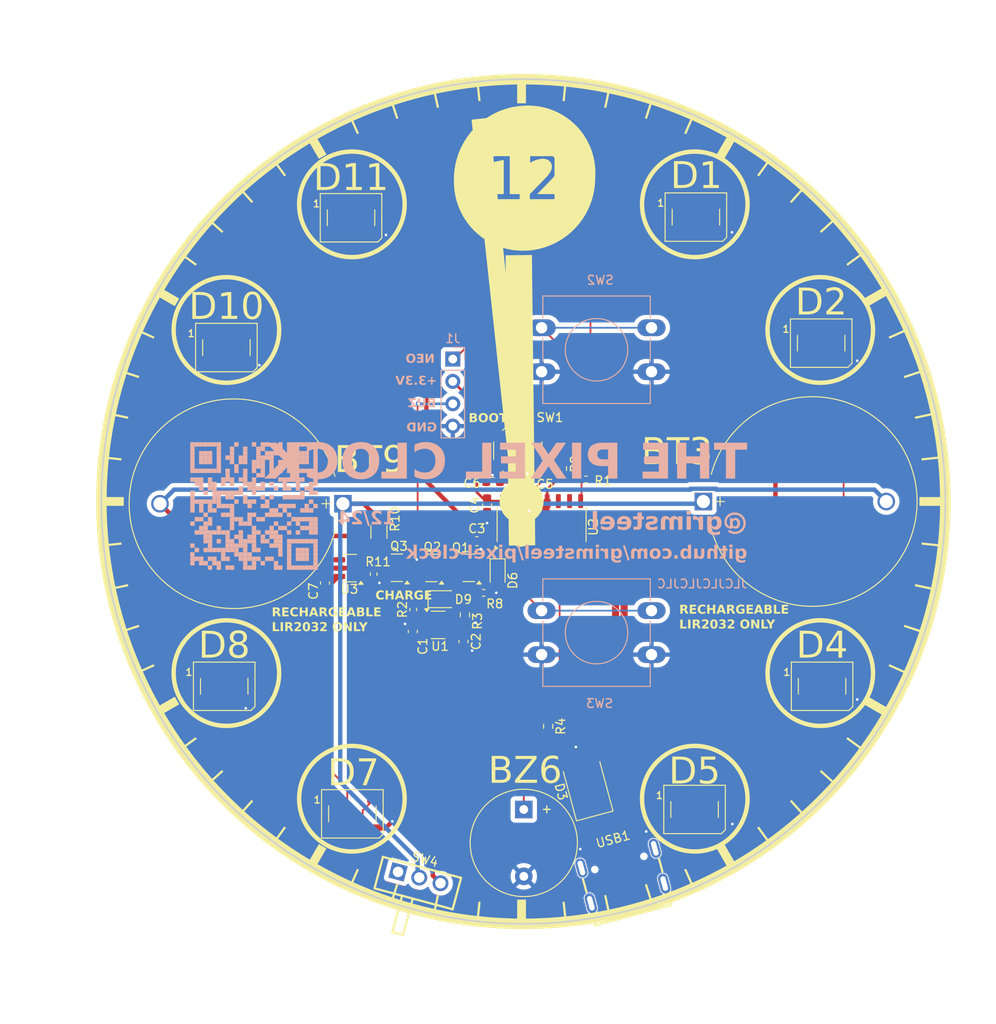
<source format=kicad_pcb>
(kicad_pcb (version 20241129) (generator "pcbnew") (generator_version "9.0")
  (layers (0 "F.Cu" signal) (2 "B.Cu" signal) (13 "F.Paste" user) (15 "B.Paste" user) (5 "F.SilkS" user "F.Silkscreen") (7 "B.SilkS" user "B.Silkscreen") (1 "F.Mask" user) (3 "B.Mask" user) (25 "Edge.Cuts" user))
  (net 0 "")
  (net 1 "BUZ")
  (net 2 "GND")
  (net 3 "+BATT")
  (net 4 "VBUS")
  (net 5 "+5V")
  (net 6 "+3.3V")
  (net 7 "Net-(U3-VCC)")
  (net 8 "Net-(D9-K)")
  (net 9 "-BATT")
  (net 10 "D+")
  (net 11 "BATT")
  (net 12 "D-")
  (net 15 "Net-(Q2-G)")
  (net 16 "Net-(Q2-D)")
  (net 17 "Net-(Q3-G)")
  (net 18 "WS2812B")
  (net 19 "Net-(U1-~{CHRG})")
  (net 20 "Net-(U1-PROG)")
  (net 21 "Net-(R9-Pad2)")
  (net 22 "Net-(U3-CS)")
  (net 23 "BTN1")
  (net 24 "BTN2")
  (net 27 "RST")
  (net 30 "Net-(U2-P1.1{slash}T2EX{slash}CAP2{slash}TIN1{slash}VBUS2{slash}AIN0)")
  (net 32 "Net-(D2-DOUT)")
  (net 33 "Net-(D4-DOUT)")
  (net 35 "Net-(D1-DOUT)")
  (net 36 "Net-(D5-DOUT)")
  (net 42 "Net-(D7-DOUT)")
  (net 43 "Net-(D10-DIN)")
  (net 44 "Net-(D10-DOUT)")
  (net 50 "Net-(BZ6-+)")
  (footprint "Package_TO_SOT_SMD:SOT-23-6" (layer "F.Cu") (at 187.25 82.07 180)
    (property "Reference" "U3")
    (property "Value" "DW01A")
  )
  (footprint "Package_TO_SOT_SMD:SOT-23" (layer "F.Cu") (at 200.8275 82.04 180)
    (property "Reference" "Q1")
    (property "Value" "AO3401A")
  )
  (footprint "Resistor_SMD:R_0603_1608Metric" (layer "F.Cu") (at 209.85 100.05 -90)
    (property "Reference" "R4")
    (property "Value" "220")
  )
  (footprint "Resistor_SMD:R_0402_1005Metric" (layer "F.Cu") (at 190 82.75 -90)
    (property "Reference" "R11")
    (property "Value" "1K")
  )
  (footprint "Capacitor_SMD:C_0603_1608Metric" (layer "F.Cu") (at 194.45 89.27 -90)
    (property "Reference" "C1")
    (property "Value" "10 uF")
  )
  (footprint "LED_SMD:LED_WS2812B_PLCC4_5.0x5.0mm_P3.2mm" (layer "F.Cu") (at 226.65 42.175)
    (property "Reference" "D1")
    (property "Value" "WS2812B")
  )
  (footprint "Package_TO_SOT_SMD:SOT-23-6" (layer "F.Cu") (at 197.3375 88.525)
    (property "Reference" "U1")
    (property "Value" "TP4057")
  )
  (footprint "LED_SMD:LED_WS2812B_PLCC4_5.0x5.0mm_P3.2mm" (layer "F.Cu") (at 187.425 42.25)
    (property "Reference" "D11")
    (property "Value" "WS2812B")
  )
  (footprint "Capacitor_SMD:C_0603_1608Metric" (layer "F.Cu") (at 202.9 74.9 90)
    (property "Reference" "C4")
    (property "Value" "100 nF")
  )
  (footprint "Package_TO_SOT_SMD:SOT-23" (layer "F.Cu") (at 196.5625 82.05 180)
    (property "Reference" "Q2")
    (property "Value" "AO3400A")
  )
  (footprint "Resistor_SMD:R_0805_2012Metric" (layer "F.Cu") (at 211.2 70.75 90)
    (property "Reference" "R9")
    (property "Value" "10K")
  )
  (footprint "LED_SMD:LED_WS2812B_PLCC4_5.0x5.0mm_P3.2mm" (layer "F.Cu") (at 173 95.5)
    (property "Reference" "D8")
    (property "Value" "WS2812B")
  )
  (footprint "Buzzer_Beeper:Buzzer_12x9.5RM7.6" (layer "F.Cu") (at 207.075 109.5 -90)
    (property "Reference" "BZ6")
    (property "Value" "Buzzer")
  )
  (footprint "Resistor_SMD:R_0603_1608Metric" (layer "F.Cu") (at 200.375 87.375 -90)
    (property "Reference" "R3")
    (property "Value" "27K")
  )
  (footprint "Package_SO:STC_SOP-16_3.9x9.9mm_P1.27mm" (layer "F.Cu") (at 209.1 77.1 90)
    (property "Reference" "U2")
    (property "Value" "CH552G")
  )
  (footprint "LED_SMD:LED_0805_2012Metric" (layer "F.Cu") (at 197.875 85.6)
    (property "Reference" "D9")
    (property "Value" "LED")
  )
  (footprint "LED_SMD:LED_WS2812B_PLCC4_5.0x5.0mm_P3.2mm" (layer "F.Cu") (at 241 95.5)
    (property "Reference" "D4")
    (property "Value" "WS2812B")
  )
  (footprint "Battery:BatteryHolder_MYOUNG_BS-07-A1BJ001_CR2032" (layer "F.Cu") (at 227.5 74.5)
    (property "Reference" "BT3")
    (property "Value" "Battery_Cell")
  )
  (footprint "Button_Switch_SMD:SW_Push_1P1T_XKB_TS-1187A" (layer "F.Cu") (at 206.4 68.725)
    (property "Reference" "SW1")
    (property "Value" "SW_Push")
  )
  (footprint "Resistor_SMD:R_0402_1005Metric" (layer "F.Cu") (at 194.5 86.775 -90)
    (property "Reference" "R2")
    (property "Value" "1K")
  )
  (footprint "lcsc-imports:SW-TH_K3-1260D-L1" (layer "F.Cu") (at 195.187919 117.238121 75)
    (property "Reference" "SW4")
    (property "Value" "SW_SPDT")
  )
  (footprint "Package_TO_SOT_SMD:SOT-23" (layer "F.Cu") (at 192.6375 82.03 180)
    (property "Reference" "Q3")
    (property "Value" "AO3400A")
  )
  (footprint "LED_SMD:LED_WS2812B_PLCC4_5.0x5.0mm_P3.2mm" (layer "F.Cu") (at 226.5 109.5)
    (property "Reference" "D5")
    (property "Value" "WS2812B")
  )
  (footprint "Diode_SMD:D_SOD-323" (layer "F.Cu") (at 204.1 82.625 -90)
    (property "Reference" "D6")
    (property "Value" "1N5819WS")
  )
  (footprint "Capacitor_SMD:C_0603_1608Metric" (layer "F.Cu") (at 200.22 90.41 -90)
    (property "Reference" "C2")
    (property "Value" "100 nF")
  )
  (footprint "Resistor_SMD:R_0402_1005Metric" (layer "F.Cu") (at 214.15 72)
    (property "Reference" "R1")
    (property "Value" "330")
  )
  (footprint "Resistor_SMD:R_0402_1005Metric" (layer "F.Cu") (at 202.51 84.88)
    (property "Reference" "R8")
    (property "Value" "100K")
  )
  (footprint "Capacitor_SMD:C_0603_1608Metric" (layer "F.Cu") (at 203.58 72.27)
    (property "Reference" "C6")
    (property "Value" "10 uF")
  )
  (footprint "lcsc-imports:USB-C_UC09-0B16F00P11" (layer "F.Cu") (at 218.25681 116.742998 15)
    (property "Reference" "USB1")
    (property "Value" "UC09-0B16F00P11")
  )
  (footprint "Capacitor_SMD:C_0603_1608Metric" (layer "F.Cu") (at 184.46 83.765 -90)
    (property "Reference" "C7")
    (property "Value" "100 nF")
  )
  (footprint "Battery:BatteryHolder_MYOUNG_BS-07-A1BJ001_CR2032" (layer "F.Cu") (at 186.5 74.75 180)
    (property "Reference" "BT9")
    (property "Value" "Battery_Cell")
  )
  (footprint "LED_SMD:LED_WS2812B_PLCC4_5.0x5.0mm_P3.2mm" (layer "F.Cu") (at 240.9 56.5)
    (property "Reference" "D2")
    (property "Value" "WS2812B")
  )
  (footprint "LED_SMD:LED_WS2812B_PLCC4_5.0x5.0mm_P3.2mm" (layer "F.Cu") (at 187.575 110)
    (property "Reference" "D7")
    (property "Value" "WS2812B")
  )
  (footprint "Diode_SMD:D_SMB" (layer "F.Cu") (at 214.2 106.7 105)
    (property "Reference" "D3")
    (property "Value" "P6SMB6.8CA")
  )
  (footprint "LED_SMD:LED_WS2812B_PLCC4_5.0x5.0mm_P3.2mm" (layer "F.Cu") (at 173.25 57)
    (property "Reference" "D10")
    (property "Value" "WS2812B")
  )
  (footprint "Resistor_SMD:R_1206_3216Metric" (layer "F.Cu") (at 190.6 77.9625 -90)
    (property "Reference" "R10")
    (property "Value" "100")
  )
  (footprint "Capacitor_SMD:C_0603_1608Metric" (layer "F.Cu") (at 206.62 72.35)
    (property "Reference" "C5")
    (property "Value" "100 nF")
  )
  (footprint "Capacitor_SMD:C_0603_1608Metric" (layer "F.Cu") (at 201.74 79.01)
    (property "Reference" "C3")
    (property "Value" "1 uF")
  )
  (footprint "Button_Switch_THT:SW_PUSH-12mm" (layer "B.Cu") (at 221.6 86.9 180)
    (property "Reference" "SW3")
    (property "Value" "SW_Push")
  )
  (footprint "Button_Switch_THT:SW_PUSH-12mm" (layer "B.Cu") (at 221.6 54.75 180)
    (property "Reference" "SW2")
    (property "Value" "SW_Push")
  )
  (footprint "Connector_PinHeader_2.54mm:PinHeader_1x04_P2.54mm_Vertical" (layer "B.Cu") (at 199 58.31 180)
    (property "Reference" "J1")
    (property "Value" "Conn_01x04_Pin")
  )
  (footprint "custom-footprints:qrcode" (layer "B.Cu") (at 176.39 75.01 180)
    (property "Reference" "QR*****" (hide yes))
    (property "Value" "https://github.com/grimsteel/pixel-clock" (hide yes))
  )
  (gr_poly (pts (xy 167.885299 51.434617) (xy 165.720236 50.184617) (xy 165.407736 50.725883) (xy 165.220236 51.050643) (xy 167.385299 52.300643)) (fill yes) (layer "F.SilkS"))
  (gr_poly (pts (xy 225.316957 116.338177) (xy 226.130431 118.165268) (xy 226.358817 118.063584) (xy 225.545344 116.236493)) (fill yes) (layer "F.SilkS"))
  (gr_poly (pts (xy 180.032901 111.578631) (xy 178.85733 113.196665) (xy 178.655076 113.049718) (xy 179.830647 111.431684)) (fill yes) (layer "F.SilkS"))
  (gr_poly (pts (xy 221.079359 117.964838) (xy 221.697393 119.866952) (xy 221.459628 119.944206) (xy 220.841594 118.042093)) (fill yes) (layer "F.SilkS"))
  (gr_poly (pts (xy 252.072949 73.99263) (xy 254.572949 73.99263) (xy 254.572949 74.99263) (xy 252.072949 74.99263)) (fill yes) (layer "F.SilkS"))
  (gr_poly (pts (xy 233.815251 37.553576) (xy 233.612997 37.406629) (xy 234.788568 35.788595) (xy 234.990822 35.935542)) (fill yes) (layer "F.SilkS"))
  (gr_poly (pts (xy 211.689868 121.994117) (xy 211.938498 121.967984) (xy 211.729441 119.978941) (xy 211.480811 120.005073)) (fill yes) (layer "F.SilkS"))
  (gr_circle (center 173.25 94) (end 179.25 94) (stroke (width 0.5)) (fill no) (layer "F.SilkS"))
  (gr_poly (pts (xy 172.740432 43.972798) (xy 171.254142 42.634537) (xy 171.421425 42.44875) (xy 172.907715 43.787012)) (fill yes) (layer "F.SilkS"))
  (gr_poly (pts (xy 253.503508 84.542682) (xy 253.555486 84.298145) (xy 251.599191 83.882321) (xy 251.547213 84.126858)) (fill yes) (layer "F.SilkS"))
  (gr_poly (pts (xy 250.393903 94.028498) (xy 250.495587 93.800112) (xy 248.668496 92.986638) (xy 248.566812 93.215025)) (fill yes) (layer "F.SilkS"))
  (gr_poly (pts (xy 178.85733 35.788595) (xy 178.655076 35.935542) (xy 179.830647 37.553576) (xy 180.032901 37.406629)) (fill yes) (layer "F.SilkS"))
  (gr_circle (center 187.524991 108.274991) (end 193.524991 108.274991) (stroke (width 0.5)) (fill no) (layer "F.SilkS"))
  (gr_poly (pts (xy 162.046707 83.882321) (xy 160.090412 84.298145) (xy 160.14239 84.542682) (xy 162.098685 84.126858)) (fill yes) (layer "F.SilkS"))
  (gr_poly (pts (xy 234.788568 113.196665) (xy 234.990822 113.049718) (xy 233.815251 111.431684) (xy 233.612997 111.578631)) (fill yes) (layer "F.SilkS"))
  (gr_poly (pts (xy 183.380962 32.889917) (xy 182.514936 33.389917) (xy 183.764936 35.55498) (xy 184.630962 35.05498)) (fill yes) (layer "F.SilkS"))
  (gr_poly (pts (xy 192.566539 117.964838) (xy 192.804304 118.042093) (xy 192.18627 119.944206) (xy 191.948505 119.866952)) (fill yes) (layer "F.SilkS"))
  (gr_circle (center 226.524991 108.274991) (end 232.524991 108.274991) (stroke (width 0.5)) (fill no) (layer "F.SilkS"))
  (gr_poly (pts (xy 202.165087 28.980187) (xy 201.916457 29.006319) (xy 201.7074 27.017276) (xy 201.95603 26.991143)) (fill yes) (layer "F.SilkS"))
  (gr_poly (pts (xy 237.528567 108.407864) (xy 238.866829 109.894154) (xy 238.681042 110.061437) (xy 237.342781 108.575147)) (fill yes) (layer "F.SilkS"))
  (gr_poly (pts (xy 229.880962 35.55498) (xy 231.130962 33.389917) (xy 230.589696 33.077417) (xy 230.264936 32.889917) (xy 229.014936 35.05498)) (fill yes) (layer "F.SilkS"))
  (gr_poly (pts (xy 169.883895 47.500328) (xy 169.736948 47.702582) (xy 168.118914 46.527011) (xy 168.265861 46.324757)) (fill yes) (layer "F.SilkS"))
  (gr_poly (pts (xy 216.457177 119.216894) (xy 216.873001 121.173189) (xy 216.628464 121.225167) (xy 216.21264 119.268872)) (fill yes) (layer "F.SilkS"))
  (gr_poly (pts (xy 164.977402 55.998622) (xy 163.150311 55.185148) (xy 163.251995 54.956762) (xy 165.079086 55.770235)) (fill yes) (layer "F.SilkS"))
  (gr_poly (pts (xy 242.391756 42.634537) (xy 242.224473 42.44875) (xy 240.738183 43.787012) (xy 240.905466 43.972798)) (fill yes) (layer "F.SilkS"))
  (gr_poly (pts (xy 211.729441 29.006319) (xy 211.938498 27.017276) (xy 211.689868 26.991143) (xy 211.480811 28.980187)) (fill yes) (layer "F.SilkS"))
  (gr_poly (pts (xy 163.273486 60.473985) (xy 161.371373 59.855951) (xy 161.448627 59.618186) (xy 163.350741 60.23622)) (fill yes) (layer "F.SilkS"))
  (gr_poly (pts (xy 248.113162 50.509377) (xy 247.925662 50.184617) (xy 245.760599 51.434617) (xy 246.260599 52.300643) (xy 248.425662 51.050643)) (fill yes) (layer "F.SilkS"))
  (gr_poly (pts (xy 192.18627 29.041054) (xy 191.948505 29.118308) (xy 192.566539 31.020422) (xy 192.804304 30.943167)) (fill yes) (layer "F.SilkS"))
  (gr_poly (pts (xy 169.883895 101.484932) (xy 168.265861 102.660503) (xy 168.118914 102.458249) (xy 169.736948 101.282678)) (fill yes) (layer "F.SilkS"))
  (gr_circle (center 240.799982 55) (end 246.799982 55) (stroke (width 0.5)) (fill no) (layer "F.SilkS"))
  (gr_poly (pts (xy 197.188721 119.216894) (xy 197.433258 119.268872) (xy 197.017434 121.225167) (xy 196.772897 121.173189)) (fill yes) (layer "F.SilkS"))
  (gr_poly (pts (xy 254.324436 69.625711) (xy 254.298303 69.377081) (xy 252.30926 69.586138) (xy 252.335392 69.834768)) (fill yes) (layer "F.SilkS"))
  (gr_poly (pts (xy 250.495587 55.185148) (xy 250.393903 54.956762) (xy 248.566812 55.770235) (xy 248.668496 55.998622)) (fill yes) (layer "F.SilkS"))
  (gr_poly (pts (xy 187.515467 30.819992) (xy 187.287081 30.921676) (xy 188.100554 32.748767) (xy 188.328941 32.647083)) (fill yes) (layer "F.SilkS"))
  (gr_poly (pts (xy 206.322949 119.74263) (xy 206.322949 122.24263) (xy 206.947949 122.24263) (xy 207.322949 122.24263) (xy 207.322949 119.74263)) (fill yes) (layer "F.SilkS"))
  (gr_poly (pts (xy 162.046707 65.102939) (xy 160.090412 64.687115) (xy 160.14239 64.442578) (xy 162.098685 64.858402)) (fill yes) (layer "F.SilkS"))
  (gr_poly (pts (xy 216.457177 29.768366) (xy 216.21264 29.716388) (xy 216.628464 27.760093) (xy 216.873001 27.812071)) (fill yes) (layer "F.SilkS"))
  (gr_circle (center 226.524991 40.725009) (end 232.524991 40.725009) (stroke (width 0.5)) (fill no) (layer "F.SilkS"))
  (gr_poly (pts (xy 201.916457 119.978941) (xy 202.165087 120.005073) (xy 201.95603 121.994117) (xy 201.7074 121.967984)) (fill yes) (layer "F.SilkS"))
  (gr_poly (pts (xy 163.150311 93.800112) (xy 163.251995 94.028498) (xy 165.079086 93.215025) (xy 164.977402 92.986638)) (fill yes) (layer "F.SilkS"))
  (gr_poly (pts (xy 203.125181 30.887547) (xy 201.136715 31.102037) (xy 205.264097 69.365491) (arc (start 205.30013 72.509952) (mid 204.323114 74.521277) (end 205.345965 76.509686)) (xy 205.380341 79.50949) (xy 208.380144 79.475114) (arc (start 208.345768 76.475311) (mid 209.322785 74.463983) (end 208.299933 72.475573)) (xy 208.002038 46.479841) (xy 205.002235 46.514216) (xy 205.024991 48.5)) (fill yes) (layer "F.SilkS"))
  (gr_circle (center 207.024991 74.5) (end 255.024991 74.5) (stroke (width 1.2)) (fill no) (layer "F.SilkS"))
  (gr_poly (pts (xy 188.100554 116.236493) (xy 187.287081 118.063584) (xy 187.515467 118.165268) (xy 188.328941 116.338177)) (fill yes) (layer "F.SilkS"))
  (gr_circle (center 187.524991 40.725009) (end 193.524991 40.725009) (stroke (width 0.5)) (fill no) (layer "F.SilkS"))
  (gr_circle (center 240.799982 94) (end 246.799982 94) (stroke (width 0.5)) (fill no) (layer "F.SilkS"))
  (gr_poly (pts (xy 184.630962 113.93028) (xy 183.380962 116.095343) (xy 182.839696 115.782843) (xy 182.514936 115.595343) (xy 183.764936 113.43028)) (fill yes) (layer "F.SilkS"))
  (gr_poly (pts (xy 243.90895 101.282678) (xy 245.526984 102.458249) (xy 245.380037 102.660503) (xy 243.762003 101.484932)) (fill yes) (layer "F.SilkS"))
  (gr_poly (pts (xy 243.90895 47.702582) (xy 245.526984 46.527011) (xy 245.380037 46.324757) (xy 243.762003 47.500328)) (fill yes) (layer "F.SilkS"))
  (gr_poly (pts (xy 197.433258 29.716388) (xy 197.017434 27.760093) (xy 196.772897 27.812071) (xy 197.188721 29.768366)) (fill yes) (layer "F.SilkS"))
  (gr_line (start 207.120394 79.48955) (end 206.364943 79.571038) (stroke (width 0.2)) (layer "F.SilkS"))
  (gr_poly (pts (xy 251.547213 64.858402) (xy 253.503508 64.442578) (xy 253.555486 64.687115) (xy 251.599191 65.102939)) (fill yes) (layer "F.SilkS"))
  (gr_poly (pts (xy 176.117331 108.407864) (xy 174.779069 109.894154) (xy 174.964856 110.061437) (xy 176.303117 108.575147)) (fill yes) (layer "F.SilkS"))
  (gr_circle (center 173.25 55) (end 179.25 55) (stroke (width 0.5)) (fill no) (layer "F.SilkS"))
  (gr_poly (pts (xy 250.372412 60.473985) (xy 250.295157 60.23622) (xy 252.197271 59.618186) (xy 252.274525 59.855951)) (fill yes) (layer "F.SilkS"))
  (gr_poly (pts (xy 161.336638 69.586138) (xy 161.310506 69.834768) (xy 159.321462 69.625711) (xy 159.347595 69.377081)) (fill yes) (layer "F.SilkS"))
  (gr_poly (pts (xy 207.322949 29.24263) (xy 207.322949 26.74263) (xy 206.322949 26.74263) (xy 206.322949 29.24263)) (fill yes) (layer "F.SilkS"))
  (gr_poly (pts (xy 246.260599 96.684617) (xy 248.425662 97.934617) (xy 247.925662 98.800643) (xy 245.760599 97.550643)) (fill yes) (layer "F.SilkS"))
  (gr_poly (pts (xy 254.298303 79.608179) (xy 254.324436 79.359549) (xy 252.335392 79.150492) (xy 252.30926 79.399122)) (fill yes) (layer "F.SilkS"))
  (gr_poly (pts (xy 161.336638 79.399122) (xy 159.347595 79.608179) (xy 159.321462 79.359549) (xy 161.310506 79.150492)) (fill yes) (layer "F.SilkS"))
  (gr_poly (pts (xy 240.738183 105.198248) (xy 240.905466 105.012462) (xy 242.391756 106.350723) (xy 242.224473 106.53651)) (fill yes) (layer "F.SilkS"))
  (gr_poly (pts (xy 167.385299 96.684617) (xy 165.220236 97.934617) (xy 165.720236 98.800643) (xy 167.885299 97.550643)) (fill yes) (layer "F.SilkS"))
  (gr_poly (pts (xy 229.880962 113.43028) (xy 231.130962 115.595343) (xy 230.589696 115.907843) (xy 230.264936 116.095343) (xy 229.014936 113.93028)) (fill yes) (layer "F.SilkS"))
  (gr_poly (pts (xy 221.697393 29.118308) (xy 221.459628 29.041054) (xy 220.841594 30.943167) (xy 221.079359 31.020422)) (fill yes) (layer "F.SilkS"))
  (gr_poly (pts (xy 176.117331 40.577396) (xy 174.779069 39.091106) (xy 174.964856 38.923823) (xy 176.303117 40.410113)) (fill yes) (layer "F.SilkS"))
  (gr_line (start 206.364943 79.571038) (end 206.357097 79.498297) (stroke (width 0.2)) (layer "F.SilkS"))
  (gr_poly (pts (xy 161.572949 73.99263) (xy 159.072949 73.99263) (xy 159.072949 74.61763) (xy 159.072949 74.99263) (xy 161.572949 74.99263)) (fill yes) (layer "F.SilkS"))
  (gr_poly (pts (xy 163.273486 88.511275) (xy 163.350741 88.74904) (xy 161.448627 89.367074) (xy 161.371373 89.129309)) (fill yes) (layer "F.SilkS"))
  (gr_poly (pts (xy 226.358817 30.921676) (xy 226.130431 30.819992) (xy 225.316957 32.647083) (xy 225.545344 32.748767)) (fill yes) (layer "F.SilkS"))
  (gr_poly (pts (xy 238.866829 39.091106) (xy 238.681042 38.923823) (xy 237.342781 40.410113) (xy 237.528567 40.577396)) (fill yes) (layer "F.SilkS"))
  (gr_poly (pts (xy 172.740432 105.012462) (xy 172.907715 105.198248) (xy 171.421425 106.53651) (xy 171.254142 106.350723)) (fill yes) (layer "F.SilkS"))
  (gr_poly (pts (xy 250.372412 88.511275) (xy 252.274525 89.129309) (xy 252.197271 89.367074) (xy 250.295157 88.74904)) (fill yes) (layer "F.SilkS"))
  (gr_circle (center 207.024991 74.5) (end 255.024991 74.5) (stroke (width 0.2)) (fill no) (layer "Edge.Cuts"))
  (gr_text "BOOT" (at 200.8 65.65 0) (layer "F.SilkS") (effects (font (size 1 1) (thickness 0.25) (bold yes)) (justify left bottom)))
  (gr_text "RECHARGEABLE\nLIR2032 ONLY" (at 178.4 89.4 0) (layer "F.SilkS") (effects (font (size 1 1) (thickness 0.25) (bold yes)) (justify left bottom)))
  (gr_text "CHARGE" (at 190.2 85.8 0) (layer "F.SilkS") (effects (font (size 1 1) (thickness 0.25) (bold yes)) (justify left bottom)))
  (gr_text "RECHARGEABLE\nLIR2032 ONLY" (at 224.75 89.1 0) (layer "F.SilkS") (effects (font (size 1 1) (thickness 0.25) (bold yes)) (justify left bottom)))
  (gr_text "12" (at 202.8 41 0) (layer "F.SilkS" knockout) (effects (font (size 5 5) (thickness 0.5)) (justify left bottom)))
  (gr_text "BUZ" (at 197.1 63.95 0) (layer "B.SilkS") (effects (font (size 1 1) (thickness 0.25) (bold yes)) (justify left bottom mirror)))
  (gr_text "GND" (at 197.2 66.7 0) (layer "B.SilkS") (effects (font (size 1 1) (thickness 0.25) (bold yes)) (justify left bottom mirror)))
  (gr_text "12/24" (at 192.504745 77.35 0) (layer "B.SilkS") (effects (font (size 1.5 1.5) (thickness 0.25) (bold yes)) (justify left bottom mirror)))
  (gr_text "+3.3V" (at 197.2 61.4 0) (layer "B.SilkS") (effects (font (size 1 1) (thickness 0.25) (bold yes)) (justify left bottom mirror)))
  (gr_text "@grimsteel" (at 232.5 78.05 0) (layer "B.SilkS") (effects (font (size 2 2) (thickness 0.375) (bold yes)) (justify left bottom mirror)))
  (gr_text "THE PIXEL CLOCK" (at 232.5 72.575 0) (layer "B.SilkS") (effects (font (size 4 4) (thickness 0.25) (bold yes)) (justify left bottom mirror)))
  (gr_text "JLCJLCJLCJLC" (at 227.37 83.85 0) (layer "B.SilkS") (effects (font (size 1 1)) (justify mirror)))
  (gr_text "NEO" (at 196.95 58.9 0) (layer "B.SilkS") (effects (font (size 1 1) (thickness 0.25) (bold yes)) (justify left bottom mirror)))
  (gr_text "github.com/grimsteel/pixel-clock" (at 232.5 81.25 0) (layer "B.SilkS") (effects (font (size 1.5 1.5) (thickness 0.375) (bold yes)) (justify left bottom mirror)))
  (segment (start 205.3 81.75) (end 205.3 78.9) (width 0.2) (layer "F.Cu") (net 1))
  (segment (start 195 75.704468) (end 201.545532 82.25) (width 0.2) (layer "F.Cu") (net 1))
  (segment (start 209.85 96.35) (end 211.15 95.05) (width 0.2) (layer "F.Cu") (net 1))
  (segment (start 201.545532 82.25) (end 204.8 82.25) (width 0.2) (layer "F.Cu") (net 1))
  (segment (start 211.15 84.75) (end 211.15 95.05) (width 0.2) (layer "F.Cu") (net 1))
  (segment (start 195.06 63.39) (end 195 63.45) (width 0.2) (layer "F.Cu") (net 1))
  (segment (start 195 63.45) (end 195 75.704468) (width 0.2) (layer "F.Cu") (net 1))
  (segment (start 209.85 99.225) (end 209.85 96.35) (width 0.2) (layer "F.Cu") (net 1))
  (segment (start 207.195 79.75) (end 207.195 80.795) (width 0.2) (layer "F.Cu") (net 1))
  (segment (start 207.195 80.795) (end 211.15 84.75) (width 0.2) (layer "F.Cu") (net 1))
  (segment (start 206.3 78.45) (end 207.195 79.345) (width 0.2) (layer "F.Cu") (net 1))
  (segment (start 204.8 82.25) (end 205.3 81.75) (width 0.2) (layer "F.Cu") (net 1))
  (segment (start 195.1 63.39) (end 195.06 63.39) (width 0.2) (layer "F.Cu") (net 1))
  (segment (start 205.3 78.9) (end 205.75 78.45) (width 0.2) (layer "F.Cu") (net 1))
  (segment (start 205.75 78.45) (end 206.3 78.45) (width 0.2) (layer "F.Cu") (net 1))
  (segment (start 207.195 79.345) (end 207.195 79.75) (width 0.2) (layer "F.Cu") (net 1))
  (via (at 195.1 63.39) (size 0.6) (drill 0.3) (layers "F.Cu" "B.Cu") (net 1))
  (segment (start 195.1 63.39) (end 199 63.39) (width 0.3) (layer "B.Cu") (net 1))
  (segment (start 244.85 97.15) (end 245 97) (width 0.4) (layer "F.Cu") (net 2))
  (segment (start 193.575 81.08) (end 194.88 81.08) (width 0.4) (layer "F.Cu") (net 2))
  (segment (start 213.643539 104.623259) (end 213.643539 103.043539) (width 0.5) (layer "F.Cu") (net 2))
  (segment (start 202.2 79.9) (end 202.515 79.585) (width 0.3) (layer "F.Cu") (net 2))
  (segment (start 220.731783 113.615874) (end 221 112) (width 0.4) (layer "F.Cu") (net 2))
  (segment (start 214.549858 115.272315) (end 213.5 114) (width 0.4) (layer "F.Cu") (net 2))
  (segment (start 191.325 111.65) (end 192.125 110.85) (width 0.5) (layer "F.Cu") (net 2))
  (segment (start 194.45 88.495) (end 196.17 88.495) (width 0.3) (layer "F.Cu") (net 2))
  (segment (start 213.643539 103.043539) (end 213 102.4) (width 0.5) (layer "F.Cu") (net 2))
  (segment (start 202.9 75.38) (end 202.9 76.95) (width 0.3) (layer "F.Cu") (net 2))
  (segment (start 228.95 111.15) (end 230.8 111.15) (width 0.3) (layer "F.Cu") (net 2))
  (segment (start 202.515 79.585) (end 202.515 79.01) (width 0.3) (layer "F.Cu") (net 2))
  (segment (start 175.45 97.15) (end 175.45 98) (width 0.3) (layer "F.Cu") (net 2))
  (segment (start 207.195 75.020778) (end 207.71 75.535778) (width 0.4) (layer "F.Cu") (net 2))
  (segment (start 202.22 79.88) (end 202.2 79.9) (width 0.2) (layer "F.Cu") (net 2))
  (segment (start 243.45 97.15) (end 244.85 97.15) (width 0.4) (layer "F.Cu") (net 2))
  (segment (start 243.35 58.15) (end 243.7 58.5) (width 0.4) (layer "F.Cu") (net 2))
  (segment (start 190.16 83.26) (end 190.65 83.75) (width 0.5) (layer "F.Cu") (net 2))
  (segment (start 243.7 58.5) (end 245 58.5) (width 0.4) (layer "F.Cu") (net 2))
  (segment (start 203.945 84.88) (end 203.95 84.875) (width 0.3) (layer "F.Cu") (net 2))
  (segment (start 194.88 81.08) (end 194.9 81.1) (width 0.4) (layer "F.Cu") (net 2))
  (segment (start 207.195 74.45) (end 207.195 75.020778) (width 0.4) (layer "F.Cu") (net 2))
  (segment (start 200.22 91.185) (end 200.935 91.185) (width 0.5) (layer "F.Cu") (net 2))
  (segment (start 194.45 88.495) (end 193.655 88.495) (width 0.3) (layer "F.Cu") (net 2))
  (segment (start 190.025 111.65) (end 191.325 111.65) (width 0.5) (layer "F.Cu") (net 2))
  (segment (start 189.875 43.9) (end 191.1 43.9) (width 0.3) (layer "F.Cu") (net 2))
  (segment (start 191.1 43.9) (end 191.4 44.2) (width 0.3) (layer "F.Cu") (net 2))
  (segment (start 175.7 58.65) (end 176.65 58.65) (width 0.4) (layer "F.Cu") (net 2))
  (segment (start 193.655 88.495) (end 193.57 88.41) (width 0.3) (layer "F.Cu") (net 2))
  (segment (start 196.17 88.495) (end 196.2 88.525) (width 0.3) (layer "F.Cu") (net 2))
  (segment (start 190 83.26) (end 190.16 83.26) (width 0.5) (layer "F.Cu") (net 2))
  (segment (start 229.1 43.825) (end 230.675 43.825) (width 0.3) (layer "F.Cu") (net 2))
  (segment (start 207.395 72.35) (end 207.395 71.445) (width 0.3) (layer "F.Cu") (net 2))
  (segment (start 200.375 88.2) (end 201.5 88.2) (width 0.5) (layer "F.Cu") (net 2))
  (segment (start 203.02 84.88) (end 203.945 84.88) (width 0.3) (layer "F.Cu") (net 2))
  (segment (start 200.935 91.185) (end 201.2 91.45) (width 0.5) (layer "F.Cu") (net 2))
  (segment (start 176.65 58.65) (end 177 59) (width 0.4) (layer "F.Cu") (net 2))
  (segment (start 201.5 88.2) (end 201.575 88.275) (width 0.5) (layer "F.Cu") (net 2))
  (segment (start 207.395 71.445) (end 207.48 71.36) (width 0.3) (layer "F.Cu") (net 2))
  (segment (start 202.805 72.215) (end 203.52 71.5) (width 0.3) (layer "F.Cu") (net 2))
  (segment (start 202.805 72.27) (end 202.805 72.215) (width 0.3) (layer "F.Cu") (net 2))
  (segment (start 230.675 43.825) (end 230.75 43.9) (width 0.3) (layer "F.Cu") (net 2))
  (via (at 202.2 79.9) (size 0.6) (drill 0.3) (layers "F.Cu" "B.Cu") (net 2))
  (via (at 203.52 71.5) (size 0.6) (drill 0.3) (layers "F.Cu" "B.Cu") (net 2))
  (via (at 191.4 44.2) (size 0.6) (drill 0.3) (layers "F.Cu" "B.Cu") (net 2))
  (via (at 230.8 111.15) (size 0.6) (drill 0.3) (layers "F.Cu" "B.Cu") (net 2))
  (via (at 203.95 84.875) (size 0.6) (drill 0.3) (layers "F.Cu" "B.Cu") (net 2))
  (via (at 230.75 43.9) (size 0.6) (drill 0.3) (layers "F.Cu" "B.Cu") (net 2))
  (via (at 177 59) (size 0.6) (drill 0.3) (layers "F.Cu" "B.Cu") (net 2))
  (via (at 194.9 81.1) (size 0.6) (drill 0.3) (layers "F.Cu" "B.Cu") (net 2))
  (via (at 245 97) (size 0.6) (drill 0.3) (layers "F.Cu" "B.Cu") (net 2))
  (via (at 175.45 98) (size 0.6) (drill 0.3) (layers "F.Cu" "B.Cu") (net 2))
  (via (at 201.575 88.275) (size 0.6) (drill 0.3) (layers "F.Cu" "B.Cu") (net 2))
  (via (at 190.65 83.75) (size 0.6) (drill 0.3) (layers "F.Cu" "B.Cu") (net 2))
  (via (at 207.48 71.36) (size 0.6) (drill 0.3) (layers "F.Cu" "B.Cu") (net 2))
  (via (at 213 102.4) (size 0.6) (drill 0.3) (layers "F.Cu" "B.Cu") (net 2))
  (via (at 192.125 110.85) (size 0.6) (drill 0.3) (layers "F.Cu" "B.Cu") (net 2))
  (via (at 201.2 91.45) (size 0.6) (drill 0.3) (layers "F.Cu" "B.Cu") (net 2))
  (via (at 213.5 114) (size 0.6) (drill 0.3) (layers "F.Cu" "B.Cu") (net 2))
  (via (at 245 58.5) (size 0.6) (drill 0.3) (layers "F.Cu" "B.Cu") (net 2))
  (via (at 221 112) (size 0.6) (drill 0.3) (layers "F.Cu" "B.Cu") (net 2))
  (via (at 202.9 76.95) (size 0.6) (drill 0.3) (layers "F.Cu" "B.Cu") (net 2))
  (via (at 193.57 88.41) (size 0.6) (drill 0.3) (layers "F.Cu" "B.Cu") (net 2))
  (via (at 207.71 75.535778) (size 0.6) (drill 0.3) (layers "F.Cu" "B.Cu") (net 2))
  (segment (start 186.5 74.75) (end 188.85 74.75) (width 0.5) (layer "F.Cu") (net 3))
  (segment (start 188.85 74.75) (end 190.6 76.5) (width 0.5) (layer "F.Cu") (net 3))
  (segment (start 195.187919 117.238121) (end 195 117.050202) (width 0.5) (layer "B.Cu") (net 3))
  (segment (start 195 115.2) (end 186.2 106.4) (width 0.5) (layer "B.Cu") (net 3))
  (segment (start 186.5 74.75) (end 227.25 74.75) (width 0.5) (layer "B.Cu") (net 3))
  (segment (start 195 117.050202) (end 195 115.2) (width 0.5) (layer "B.Cu") (net 3))
  (segment (start 186.2 106.4) (end 186.2 75.05) (width 0.5) (layer "B.Cu") (net 3))
  (segment (start 186.2 75.05) (end 186.5 74.75) (width 0.5) (layer "B.Cu") (net 3))
  (segment (start 227.25 74.75) (end 227.5 74.5) (width 0.5) (layer "B.Cu") (net 3))
  (segment (start 202 84.88) (end 202.025 84.905) (width 0.5) (layer "F.Cu") (net 4))
  (segment (start 204.225 110.275) (end 205.675 111.725) (width 0.5) (layer "F.Cu") (net 4))
  (segment (start 204.225 88.25) (end 204.225 90.28) (width 0.5) (layer "F.Cu") (net 4))
  (segment (start 202.45 83.675) (end 204.1 83.675) (width 0.5) (layer "F.Cu") (net 4))
  (segment (start 208.775 111.725) (end 211.723259 108.776741) (width 0.5) (layer "F.Cu") (net 4))
  (segment (start 215.322599 115.06526) (end 215 114) (width 0.5) (layer "F.Cu") (net 4))
  (segment (start 201.28 85.6) (end 202 84.88) (width 0.4) (layer "F.Cu") (net 4))
  (segment (start 198.475 89.475) (end 200.06 89.475) (width 0.5) (layer "F.Cu") (net 4))
  (segment (start 215.76 115.93) (end 215.322599 115.06526) (width 0.5) (layer "F.Cu") (net 4))
  (segment (start 211.723259 108.776741) (end 214.756461 108.776741) (width 0.5) (layer "F.Cu") (net 4))
  (segment (start 215 114) (end 214.9 113.9) (width 0.5) (layer "F.Cu") (net 4))
  (segment (start 202.025 84.905) (end 202.025 86.05) (width 0.5) (layer "F.Cu") (net 4))
  (segment (start 219.9 115.6) (end 220.027692 114.9) (width 0.5) (layer "F.Cu") (net 4))
  (segment (start 200.22 89.635) (end 203.58 89.635) (width 0.5) (layer "F.Cu") (net 4))
  (segment (start 214.9 113.9) (end 214.9 108.92028) (width 0.5) (layer "F.Cu") (net 4))
  (segment (start 202.025 86.05) (end 204.225 88.25) (width 0.5) (layer "F.Cu") (net 4))
  (segment (start 205.675 111.725) (end 208.775 111.725) (width 0.5) (layer "F.Cu") (net 4))
  (segment (start 202 84.88) (end 202 83.225) (width 0.5) (layer "F.Cu") (net 4))
  (segment (start 200.06 89.475) (end 200.22 89.635) (width 0.5) (layer "F.Cu") (net 4))
  (segment (start 199.2375 85.6) (end 201.28 85.6) (width 0.4) (layer "F.Cu") (net 4))
  (segment (start 204.225 90.28) (end 204.225 110.275) (width 0.5) (layer "F.Cu") (net 4))
  (segment (start 214.9 108.92028) (end 214.756461 108.776741) (width 0.5) (layer "F.Cu") (net 4))
  (segment (start 202 83.225) (end 201.765 82.99) (width 0.5) (layer "F.Cu") (net 4))
  (segment (start 201.765 82.99) (end 202.45 83.675) (width 0.5) (layer "F.Cu") (net 4))
  (segment (start 219.959044 113.822929) (end 220.027692 114.9) (width 0.2) (layer "F.Cu") (net 4))
  (segment (start 215.76 115.93) (end 216.5 116.4) (width 0.5) (layer "F.Cu") (net 4))
  (segment (start 203.58 89.635) (end 204.225 90.28) (width 0.5) (layer "F.Cu") (net 4))
  (segment (start 216.5 116.4) (end 219.9 115.6) (width 0.5) (layer "F.Cu") (net 4))
  (segment (start 220.027692 114.9) (end 219.959043 113.822929) (width 0.5) (layer "F.Cu") (net 4))
  (segment (start 203.65 81.125) (end 201.8 81.125) (width 0.5) (layer "F.Cu") (net 5))
  (segment (start 223.3 38.5) (end 232 38.5) (width 0.5) (layer "F.Cu") (net 5))
  (segment (start 193.5 39) (end 196 41.5) (width 0.5) (layer "F.Cu") (net 5))
  (segment (start 166.85 90.15) (end 163.5 86.8) (width 0.5) (layer "F.Cu") (net 5))
  (segment (start 221.275 40.525) (end 224.2 40.525) (width 0.5) (layer "F.Cu") (net 5))
  (segment (start 215.56 46.24) (end 198.76 46.24) (width 0.5) (layer "F.Cu") (net 5))
  (segment (start 196 49) (end 196 42.5) (width 0.5) (layer "F.Cu") (net 5))
  (segment (start 201.650515 78.324485) (end 200.965 79.01) (width 0.5) (layer "F.Cu") (net 5))
  (segment (start 205.845 72.35) (end 205.845 74.37) (width 0.4) (layer "F.Cu") (net 5))
  (segment (start 170.55 93.85) (end 166.85 90.15) (width 0.5) (layer "F.Cu") (net 5))
  (segment (start 201.8 81.125) (end 201.765 81.09) (width 0.5) (layer "F.Cu") (net 5))
  (segment (start 246 56) (end 245.35 56.65) (width 0.5) (layer "F.Cu") (net 5))
  (segment (start 196 42.5) (end 196 41.5) (width 0.5) (layer "F.Cu") (net 5))
  (segment (start 163.5 86.8) (end 163.5 63) (width 0.5) (layer "F.Cu") (net 5))
  (segment (start 236.65 56.65) (end 238.45 54.85) (width 0.5) (layer "F.Cu") (net 5))
  (segment (start 205.845 74.37) (end 205.925 74.45) (width 0.4) (layer "F.Cu") (net 5))
  (segment (start 204.355 72.27) (end 205.765 72.27) (width 0.4) (layer "F.Cu") (net 5))
  (segment (start 224.05 107.85) (end 224.55 107.85) (width 0.5) (layer "F.Cu") (net 5))
  (segment (start 232 38.5) (end 246 52.5) (width 0.5) (layer "F.Cu") (net 5))
  (segment (start 235.7 96.7) (end 238.55 93.85) (width 0.5) (layer "F.Cu") (net 5))
  (segment (start 220.875 40.925) (end 221.275 40.525) (width 0.5) (layer "F.Cu") (net 5))
  (segment (start 201.650515 77.849485) (end 201.650515 78.324485) (width 0.5) (layer "F.Cu") (net 5))
  (segment (start 184.975 108.5) (end 185.125 108.35) (width 0.5) (layer "F.Cu") (net 5))
  (segment (start 235.7 96.7) (end 235.7 57.6) (width 0.5) (layer "F.Cu") (net 5))
  (segment (start 205.925 76.025) (end 205.925 74.45) (width 0.5) (layer "F.Cu") (net 5))
  (segment (start 201.650515 77.849485) (end 204.100515 77.849485) (width 0.5) (layer "F.Cu") (net 5))
  (segment (start 196 72.19897) (end 196 49) (width 0.5) (layer "F.Cu") (net 5))
  (segment (start 201.650515 77.849485) (end 196 72.19897) (width 0.5) (layer "F.Cu") (net 5))
  (segment (start 200.965 80.29) (end 201.765 81.09) (width 0.4) (layer "F.Cu") (net 5))
  (segment (start 205.765 72.27) (end 205.845 72.35) (width 0.4) (layer "F.Cu") (net 5))
  (segment (start 170.8 55.35) (end 170.8 54.775) (width 0.5) (layer "F.Cu") (net 5))
  (segment (start 235.7 57.6) (end 236.65 56.65) (width 0.5) (layer "F.Cu") (net 5))
  (segment (start 170.8 54.775) (end 184.975 40.6) (width 0.5) (layer "F.Cu") (net 5))
  (segment (start 198.76 46.24) (end 196 49) (width 0.5) (layer "F.Cu") (net 5))
  (segment (start 245.35 56.65) (end 236.65 56.65) (width 0.5) (layer "F.Cu") (net 5))
  (segment (start 180 108.5) (end 184.975 108.5) (width 0.5) (layer "F.Cu") (net 5))
  (segment (start 204.1 81.575) (end 203.65 81.125) (width 0.5) (layer "F.Cu") (net 5))
  (segment (start 200.965 79.01) (end 200.965 80.29) (width 0.4) (layer "F.Cu") (net 5))
  (segment (start 186.575 39) (end 193.5 39) (width 0.5) (layer "F.Cu") (net 5))
  (segment (start 196 41.5) (end 196 46.65) (width 0.5) (layer "F.Cu") (net 5))
  (segment (start 163.5 63) (end 170.8 55.7) (width 0.5) (layer "F.Cu") (net 5))
  (segment (start 224.55 107.85) (end 235.7 96.7) (width 0.5) (layer "F.Cu") (net 5))
  (segment (start 246 52.5) (end 246 56) (width 0.5) (layer "F.Cu") (net 5))
  (segment (start 220.875 40.925) (end 215.56 46.24) (width 0.5) (layer "F.Cu") (net 5))
  (segment (start 204.100515 77.849485) (end 205.925 76.025) (width 0.5) (layer "F.Cu") (net 5))
  (segment (start 184.975 40.6) (end 186.575 39) (width 0.5) (layer "F.Cu") (net 5))
  (segment (start 223.3 38.5) (end 220.875 40.925) (width 0.5) (layer "F.Cu") (net 5))
  (segment (start 170.8 55.7) (end 170.8 54.775) (width 0.5) (layer "F.Cu") (net 5))
  (segment (start 166.85 95.35) (end 180 108.5) (width 0.5) (layer "F.Cu") (net 5))
  (segment (start 166.85 90.15) (end 166.85 95.35) (width 0.5) (layer "F.Cu") (net 5))
  (segment (start 201.73 71.19) (end 202.32 70.6) (width 0.3) (layer "F.Cu") (net 6))
  (segment (start 204.655 74.45) (end 203.225 74.45) (width 0.3) (layer "F.Cu") (net 6))
  (segment (start 201.6 68.15) (end 201.6 63.45) (width 0.3) (layer "F.Cu") (net 6))
  (segment (start 203.4 70.6) (end 203.4 69.95) (width 0.3) (layer "F.Cu") (net 6))
  (segment (start 201.6 63.45) (end 199 60.85) (width 0.3) (layer "F.Cu") (net 6))
  (segment (start 204.625 74.42) (end 204.655 74.45) (width 0.2) (layer "F.Cu") (net 6))
  (segment (start 209.4 70.6) (end 203.4 70.6) (width 0.3) (layer "F.Cu") (net 6))
  (segment (start 203.4 69.95) (end 201.6 68.15) (width 0.3) (layer "F.Cu") (net 6))
  (segment (start 202.415 74.125) (end 201.73 73.44) (width 0.3) (layer "F.Cu") (net 6))
  (segment (start 202.32 70.6) (end 203.4 70.6) (width 0.3) (layer "F.Cu") (net 6))
  (segment (start 203.225 74.45) (end 202.9 74.125) (width 0.3) (layer "F.Cu") (net 6))
  (segment (start 201.73 73.44) (end 201.73 71.19) (width 0.3) (layer "F.Cu") (net 6))
  (segment (start 202.9 74.125) (end 202.415 74.125) (width 0.3) (layer "F.Cu") (net 6))
  (segment (start 184.46 82.64) (end 185.03 82.07) (width 0.5) (layer "F.Cu") (net 7))
  (segment (start 187.225 80.375) (end 188.175 79.425) (width 0.5) (layer "F.Cu") (net 7))
  (segment (start 187.005 82.07) (end 187.225 81.85) (width 0.5) (layer "F.Cu") (net 7))
  (segment (start 185.03 82.07) (end 186.1125 82.07) (width 0.5) (layer "F.Cu") (net 7))
  (segment (start 187.225 81.85) (end 187.225 80.375) (width 0.5) (layer "F.Cu") (net 7))
  (segment (start 188.175 79.425) (end 190.6 79.425) (width 0.5) (layer "F.Cu") (net 7))
  (segment (start 184.46 82.99) (end 184.46 82.64) (width 0.5) (layer "F.Cu") (net 7))
  (segment (start 186.1125 82.07) (end 187.005 82.07) (width 0.5) (layer "F.Cu") (net 7))
  (segment (start 196.2725 86.265) (end 196.9375 85.6) (width 0.3) (layer "F.Cu") (net 8))
  (segment (start 194.5 86.265) (end 196.2725 86.265) (width 0.3) (layer "F.Cu") (net 8))
  (segment (start 179.5 78.4115) (end 191.522292 78.4115) (width 0.5) (layer "F.Cu") (net 9))
  (segment (start 179.5 78.4115) (end 178.24 78.4115) (width 0.5) (layer "F.Cu") (net 9))
  (segment (start 169.3615 78.4115) (end 165.7 74.75) (width 0.5) (layer "F.Cu") (net 9))
  (segment (start 194.825 78.425) (end 197.5 81.1) (width 0.5) (layer "F.Cu") (net 9))
  (segment (start 185.98 83.02) (end 184.46 84.54) (width 0.5) (layer "F.Cu") (net 9))
  (segment (start 178.3315 78.4115) (end 178.24 78.4115) (width 0.5) (layer "F.Cu") (net 9))
  (segment (start 186.1125 83.02) (end 185.98 83.02) (width 0.5) (layer "F.Cu") (net 9))
  (segment (start 178.24 78.4115) (end 169.3615 78.4115) (width 0.5) (layer "F.Cu") (net 9))
  (segment (start 191.522292 78.4115) (end 191.535792 78.425) (width 0.5) (layer "F.Cu") (net 9))
  (segment (start 191.535792 78.425) (end 194.825 78.425) (width 0.5) (layer "F.Cu") (net 9))
  (segment (start 184.46 84.54) (end 178.3315 78.4115) (width 0.5) (layer "F.Cu") (net 9))
  (segment (start 246.95 73.15) (end 248.3 74.5) (width 0.5) (layer "B.Cu") (net 9))
  (segment (start 167.3 73.15) (end 226.049 73.15) (width 0.5) (layer "B.Cu") (net 9))
  (segment (start 226.049 73.049) (end 228.951 73.049) (width 0.5) (layer "B.Cu") (net 9))
  (segment (start 165.7 74.75) (end 167.3 73.15) (width 0.5) (layer "B.Cu") (net 9))
  (segment (start 226.049 73.15) (end 226.049 73.049) (width 0.5) (layer "B.Cu") (net 9))
  (segment (start 228.951 73.15) (end 246.95 73.15) (width 0.5) (layer "B.Cu") (net 9))
  (segment (start 228.951 73.049) (end 228.951 73.15) (width 0.5) (layer "B.Cu") (net 9))
  (segment (start 218.485 80.299106) (end 214.600894 76.415) (width 0.81) (layer "F.Cu") (net 10))
  (segment (start 217.399339 114.508799) (end 217.6 115.3) (width 0.2) (layer "F.Cu") (net 10))
  (segment (start 209.735 74.45) (end 209.735 73.1275) (width 0.3) (layer "F.Cu") (net 10))
  (segment (start 209.735 73.1275) (end 211.15 71.7125) (width 0.3) (layer "F.Cu") (net 10))
  (segment (start 210.404665 76.415) (end 209.585 75.595335) (width 0.81) (layer "F.Cu") (net 10))
  (segment (start 218.6 110.215) (end 218.485 110.1) (width 0.81) (layer "F.Cu") (net 10))
  (segment (start 218.384713 115.235892) (end 218.5 115) (width 0.2) (layer "F.Cu") (net 10))
  (segment (start 218.485 110.1) (end 218.485 80.299106) (width 0.81) (layer "F.Cu") (net 10))
  (segment (start 214.600894 76.415) (end 210.404665 76.415) (width 0.81) (layer "F.Cu") (net 10))
  (segment (start 218.365265 114.24998) (end 218.1 113.3) (width 0.2) (layer "F.Cu") (net 10))
  (segment (start 218.5 115) (end 218.365265 114.24998) (width 0.2) (layer "F.Cu") (net 10))
  (segment (start 218.1 113.3) (end 218.6 112.3) (width 0.2) (layer "F.Cu") (net 10))
  (segment (start 209.735 74.975) (end 209.735 74.45) (width 0.81) (layer "F.Cu") (net 10))
  (segment (start 209.585 75.595335) (end 209.585 75.125) (width 0.81) (layer "F.Cu") (net 10))
  (segment (start 217.794432 115.376651) (end 218.384713 115.235892) (width 0.2) (layer "F.Cu") (net 10))
  (segment (start 217.6 115.3) (end 217.794432 115.376651) (width 0.2) (layer "F.Cu") (net 10))
  (segment (start 209.585 75.125) (end 209.735 74.975) (width 0.81) (layer "F.Cu") (net 10))
  (segment (start 218.6 112.3) (end 218.6 110.215) (width 0.81) (layer "F.Cu") (net 10))
  (segment (start 196.2 89.475) (end 195.02 89.475) (width 0.5) (layer "F.Cu") (net 11))
  (segment (start 196.725 94.045) (end 192.75 90.07) (width 0.5) (layer "F.Cu") (net 11))
  (segment (start 195.02 89.475) (end 194.45 90.045) (width 0.5) (layer "F.Cu") (net 11))
  (segment (start 196.725 117.007434) (end 196.725 94.045) (width 0.5) (layer "F.Cu") (net 11))
  (segment (start 197.602734 117.885168) (end 196.725 117.007434) (width 0.5) (layer "F.Cu") (net 11))
  (segment (start 199.89 82.605768) (end 199.89 82.04) (width 0.5) (layer "F.Cu") (net 11))
  (segment (start 198.470768 84.025) (end 199.89 82.605768) (width 0.5) (layer "F.Cu") (net 11))
  (segment (start 192.75 90.07) (end 192.75 89.575) (width 0.5) (layer "F.Cu") (net 11))
  (segment (start 192.75 89.575) (end 192.75 86.825) (width 0.5) (layer "F.Cu") (net 11))
  (segment (start 195.55 84.025) (end 198.470768 84.025) (width 0.5) (layer "F.Cu") (net 11))
  (segment (start 194.45 90.045) (end 192.775 90.045) (width 0.5) (layer "F.Cu") (net 11))
  (segment (start 192.775 90.045) (end 192.75 90.07) (width 0.5) (layer "F.Cu") (net 11))
  (segment (start 192.75 86.825) (end 195.55 84.025) (width 0.5) (layer "F.Cu") (net 11))
  (segment (start 216.916376 114.638209) (end 216.5 112.9) (width 0.2) (layer "F.Cu") (net 12))
  (segment (start 217.882302 114.182302) (end 217.6 113.4) (width 0.2) (layer "F.Cu") (net 12))
  (segment (start 216.5 111.115) (end 217.515 110.1) (width 0.81) (layer "F.Cu") (net 12))
  (segment (start 217.6 113.4) (end 216.5 112.9) (width 0.2) (layer "F.Cu") (net 12))
  (segment (start 217.882302 114.379389) (end 217.882302 114.182302) (width 0.2) (layer "F.Cu") (net 12))
  (segment (start 208.615 75.125) (end 208.465 74.975) (width 0.81) (layer "F.Cu") (net 12))
  (segment (start 208.465 74.975) (end 208.465 74.45) (width 0.81) (layer "F.Cu") (net 12))
  (segment (start 216.5 112.9) (end 216.5 111.115) (width 0.81) (layer "F.Cu") (net 12))
  (segment (start 214.199106 77.385) (end 214.057968 77.385) (width 0.81) (layer "F.Cu") (net 12))
  (segment (start 217.515 80.700894) (end 216.538706 79.7246) (width 0.81) (layer "F.Cu") (net 12))
  (segment (start 214.962168 79.356592) (end 215.280053 79.038704) (width 0.81) (layer "F.Cu") (net 12))
  (segment (start 215.965948 79.724599) (end 215.648062 80.042486) (width 0.81) (layer "F.Cu") (net 12))
  (segment (start 215.075306 80.042486) (end 214.962168 79.929348) (width 0.81) (layer "F.Cu") (net 12))
  (segment (start 210.002877 77.385) (end 208.615 75.997123) (width 0.81) (layer "F.Cu") (net 12))
  (segment (start 217.515 110.1) (end 217.515 80.700894) (width 0.81) (layer "F.Cu") (net 12))
  (segment (start 215.166918 78.352812) (end 214.199106 77.385) (width 0.81) (layer "F.Cu") (net 12))
  (segment (start 214.057968 77.385) (end 210.002877 77.385) (width 0.81) (layer "F.Cu") (net 12))
  (segment (start 208.615 75.997123) (end 208.615 75.125) (width 0.81) (layer "F.Cu") (net 12))
  (segment (start 215.280053 78.465948) (end 215.166918 78.352812) (width 0.81) (layer "F.Cu") (net 12))
  (arc (start 215.648062 80.042486) (mid 215.361684 80.161108) (end 215.075306 80.042486) (width 0.81) (layer "F.Cu") (net 12))
  (arc (start 215.280053 79.038704) (mid 215.398675 78.752326) (end 215.280053 78.465948) (width 0.81) (layer "F.Cu") (net 12))
  (arc (start 216.538706 79.7246) (mid 216.252328 79.605978) (end 215.965948 79.724599) (width 0.81) (layer "F.Cu") (net 12))
  (arc (start 214.962168 79.929348) (mid 214.843546 79.64297) (end 214.962168 79.356592) (width 0.81) (layer "F.Cu") (net 12))
  (segment (start 197.845 83) (end 195.275 83) (width 0.2) (layer "F.Cu") (net 15))
  (segment (start 195.275 83) (end 193.925 84.35) (width 0.2) (layer "F.Cu") (net 15))
  (segment (start 189.7175 84.35) (end 188.3875 83.02) (width 0.2) (layer "F.Cu") (net 15))
  (segment (start 193.925 84.35) (end 189.7175 84.35) (width 0.2) (layer "F.Cu") (net 15))
  (segment (start 192.11 82.05) (end 195.97 82.05) (width 0.5) (layer "F.Cu") (net 16))
  (segment (start 192.09 82.03) (end 192.11 82.05) (width 0.5) (layer "F.Cu") (net 16))
  (segment (start 190.621 81.421) (end 190.32 81.12) (width 0.2) (layer "F.Cu") (net 17))
  (segment (start 190.32 81.12) (end 188.3875 81.12) (width 0.2) (layer "F.Cu") (net 17))
  (segment (start 193.575 82.98) (end 191.08 82.98) (width 0.2) (layer "F.Cu") (net 17))
  (segment (start 191.08 82.98) (end 190.621 82.521) (width 0.2) (layer "F.Cu") (net 17))
  (segment (start 190.621 82.521) (end 190.621 81.421) (width 0.2) (layer "F.Cu") (net 17))
  (segment (start 214.66 53.7) (end 214.66 49.64) (width 0.2) (layer "F.Cu") (net 18))
  (segment (start 214.66 49.64) (end 221.95 42.35) (width 0.2) (layer "F.Cu") (net 18))
  (segment (start 221.95 42.35) (end 227 42.35) (width 0.2) (layer "F.Cu") (net 18))
  (segment (start 228.825 40.525) (end 227 42.35) (width 0.2) (layer "F.Cu") (net 18))
  (segment (start 214.66 72) (end 214.66 53.7) (width 0.2) (layer "F.Cu") (net 18))
  (segment (start 213.91 52.95) (end 204.55 52.95) (width 0.2) (layer "F.Cu") (net 18))
  (segment (start 204.55 52.95) (end 199.1 58.4) (width 0.2) (layer "F.Cu") (net 18))
  (segment (start 229.1 40.525) (end 228.825 40.525) (width 0.2) (layer "F.Cu") (net 18))
  (segment (start 214.66 53.7) (end 213.91 52.95) (width 0.2) (layer "F.Cu") (net 18))
  (segment (start 195.91 87.285) (end 196.2 87.575) (width 0.3) (layer "F.Cu") (net 19))
  (segment (start 194.5 87.285) (end 195.91 87.285) (width 0.3) (layer "F.Cu") (net 19))
  (segment (start 199.35 87.575) (end 200.375 86.55) (width 0.3) (layer "F.Cu") (net 20))
  (segment (start 198.475 87.575) (end 199.35 87.575) (width 0.3) (layer "F.Cu") (net 20))
  (segment (start 211.2 69.5875) (end 211.15 69.6375) (width 0.3) (layer "F.Cu") (net 21))
  (segment (start 203.4 66.85) (end 209.4 66.85) (width 0.3) (layer "F.Cu") (net 21))
  (segment (start 211.2 68.65) (end 211.2 69.5875) (width 0.3) (layer "F.Cu") (net 21))
  (segment (start 209.4 66.85) (end 211.2 68.65) (width 0.3) (layer "F.Cu") (net 21))
  (segment (start 189.83 82.07) (end 190 82.24) (width 0.5) (layer "F.Cu") (net 22))
  (segment (start 188.3875 82.07) (end 189.83 82.07) (width 0.5) (layer "F.Cu") (net 22))
  (segment (start 211.95 70.8) (end 212.3 70.45) (width 0.2) (layer "F.Cu") (net 23))
  (segment (start 206.55 75.45) (end 206.55 73.55) (width 0.2) (layer "F.Cu") (net 23))
  (segment (start 208.15 73.2) (end 210.55 70.8) (width 0.2) (layer "F.Cu") (net 23))
  (segment (start 212.3 57.95) (end 209.1 54.75) (width 0.2) (layer "F.Cu") (net 23))
  (segment (start 206.55 73.55) (end 206.9 73.2) (width 0.2) (layer "F.Cu") (net 23))
  (segment (start 211.441 78.091) (end 209.191 78.091) (width 0.2) (layer "F.Cu") (net 23))
  (segment (start 210.55 70.8) (end 211.95 70.8) (width 0.2) (layer "F.Cu") (net 23))
  (segment (start 212.275 79.75) (end 212.275 78.925) (width 0.2) (layer "F.Cu") (net 23))
  (segment (start 209.191 78.091) (end 206.55 75.45) (width 0.2) (layer "F.Cu") (net 23))
  (segment (start 206.9 73.2) (end 208.15 73.2) (width 0.2) (layer "F.Cu") (net 23))
  (segment (start 212.3 70.45) (end 212.3 57.95) (width 0.2) (layer "F.Cu") (net 23))
  (segment (start 212.275 78.925) (end 211.441 78.091) (width 0.2) (layer "F.Cu") (net 23))
  (segment (start 221.6 54.75) (end 209.1 54.75) (width 0.2) (layer "B.Cu") (net 23))
  (segment (start 205.925 83.725) (end 205.925 79.75) (width 0.2) (layer "F.Cu") (net 24))
  (segment (start 209.1 86.9) (end 205.925 83.725) (width 0.2) (layer "F.Cu") (net 24))
  (segment (start 221.6 86.9) (end 209.1 86.9) (width 0.2) (layer "B.Cu") (net 24))
  (segment (start 213.64 74.355) (end 213.545 74.45) (width 0.2) (layer "F.Cu") (net 30))
  (segment (start 213.64 72) (end 213.64 74.355) (width 0.2) (layer "F.Cu") (net 30))
  (segment (start 243.45 93.85) (end 243.45 63.15) (width 0.2) (layer "F.Cu") (net 32))
  (segment (start 243.45 63.15) (end 238.45 58.15) (width 0.2) (layer "F.Cu") (net 32))
  (segment (start 228.95 106.75) (end 238.55 97.15) (width 0.2) (layer "F.Cu") (net 33))
  (segment (start 228.95 107.85) (end 228.95 106.75) (width 0.2) (layer "F.Cu") (net 33))
  (segment (start 224.2 43.825) (end 231.875 51.5) (width 0.2) (layer "F.Cu") (net 35))
  (segment (start 231.875 51.5) (end 240 51.5) (width 0.2) (layer "F.Cu") (net 35))
  (segment (start 240 51.5) (end 243.35 54.85) (width 0.2) (layer "F.Cu") (net 35))
  (segment (start 203.5 121) (end 222.5 115.78) (width 0.2) (layer "F.Cu") (net 36))
  (segment (start 223.5 114.5) (end 223.5 111.7) (width 0.2) (layer "F.Cu") (net 36))
  (segment (start 188.75 115.75) (end 190.5 117.5) (width 0.2) (layer "F.Cu") (net 36))
  (segment (start 188.75 109.625) (end 188.75 115.75) (width 0.2) (layer "F.Cu") (net 36))
  (segment (start 190.5 117.5) (end 203.5 121) (width 0.2) (layer "F.Cu") (net 36))
  (segment (start 223.5 111.7) (end 224.05 111.15) (width 0.2) (layer "F.Cu") (net 36))
  (segment (start 190.025 108.35) (end 188.75 109.625) (width 0.2) (layer "F.Cu") (net 36))
  (segment (start 222.5 115.78) (end 223.5 114.5) (width 0.2) (layer "F.Cu") (net 36))
  (segment (start 187 107) (end 187 109.775) (width 0.2) (layer "F.Cu") (net 42))
  (segment (start 175.45 95.45) (end 187 107) (width 0.2) (layer "F.Cu") (net 42))
  (segment (start 187 109.775) (end 185.125 111.65) (width 0.2) (layer "F.Cu") (net 42))
  (segment (start 175.45 93.85) (end 175.45 95.45) (width 0.2) (layer "F.Cu") (net 42))
  (segment (start 164.051 85.051) (end 164.051 67.949) (width 0.2) (layer "F.Cu") (net 43))
  (segment (start 172 95.5) (end 172 93) (width 0.2) (layer "F.Cu") (net 43))
  (segment (start 170.55 96.95) (end 172 95.5) (width 0.2) (layer "F.Cu") (net 43))
  (segment (start 164.051 67.949) (end 175.7 56.3) (width 0.2) (layer "F.Cu") (net 43))
  (segment (start 172 93) (end 164.051 85.051) (width 0.2) (layer "F.Cu") (net 43))
  (segment (start 170.55 97.15) (end 170.55 96.95) (width 0.2) (layer "F.Cu") (net 43))
  (segment (start 175.7 56.3) (end 175.7 55.35) (width 0.2) (layer "F.Cu") (net 43))
  (segment (start 184.5 46) (end 183 46) (width 0.2) (layer "F.Cu") (net 44))
  (segment (start 189.875 40.6) (end 184.5 45.975) (width 0.2) (layer "F.Cu") (net 44))
  (segment (start 183 46) (end 170.8 58.2) (width 0.2) (layer "F.Cu") (net 44))
  (segment (start 170.8 58.2) (end 170.8 58.65) (width 0.2) (layer "F.Cu") (net 44))
  (segment (start 184.5 45.975) (end 184.5 46) (width 0.2) (layer "F.Cu") (net 44))
  (segment (start 209.85 100.875) (end 207.075 103.65) (width 0.2) (layer "F.Cu") (net 50))
  (segment (start 207.075 103.65) (end 207.075 109.5) (width 0.2) (layer "F.Cu") (net 50))
  (zone (net 2) (net_name "GND") (layer "B.Cu") (connect_pads (clearance 0.5)) (min_thickness 0.25) (fill yes (thermal_gap 0.5) (thermal_bridge_width 0.5))
    (polygon (pts (xy 147.5 58.4) (xy 154.9 97.3) (xy 197.1 133.9) (xy 241.3 125.8) (xy 257.9 86.9) (xy 260.8 50.9) (xy 241.4 27.9) (xy 210.6 17.5) (xy 174.3 21) (xy 153.2 50.5)))
  )
  (zone (net 0) (net_name "") (layer "F.SilkS") (connect_pads (clearance 0.5)) (min_thickness 0.25) (fill yes (thermal_gap 0.5) (thermal_bridge_width 0.5) (smoothing fillet) (radius 16))
    (polygon (pts (xy 199.19 46.07) (xy 214.86 45.93) (xy 215.56 29.21) (xy 199.06 29.79)))
  )
)
</source>
